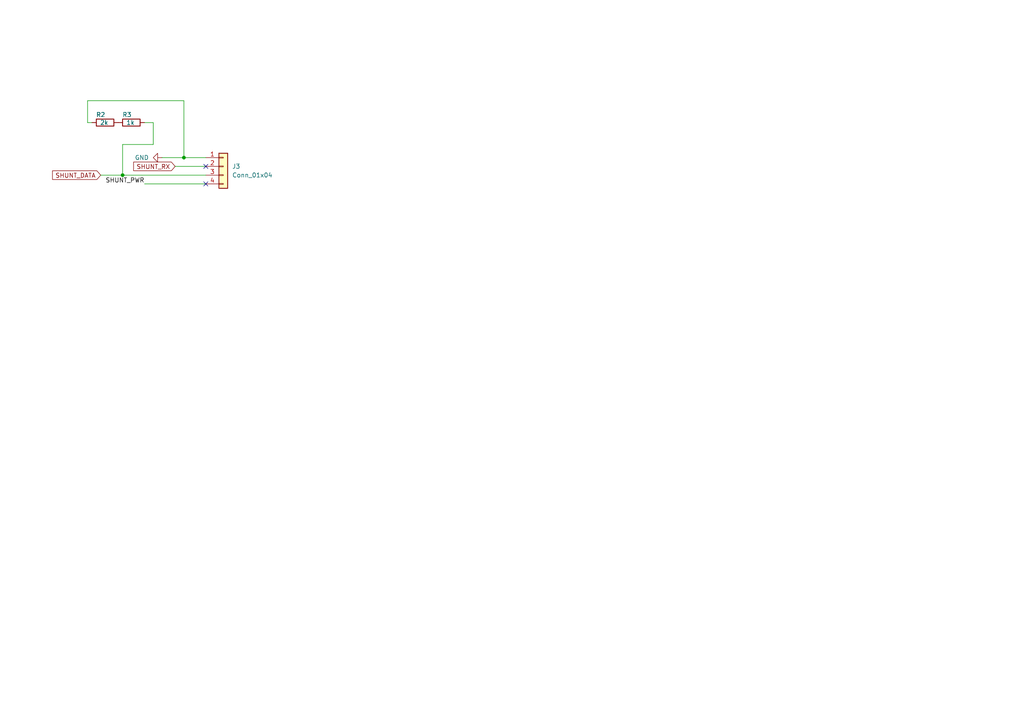
<source format=kicad_sch>
(kicad_sch (version 20250114) (generator "eeschema") (generator_version "9.0")
  (paper "A4")
  (lib_symbols
    (symbol "Connector_Generic:Conn_01x04" (pin_names (offset 1.016) (hide yes))
      (property "Reference" "J" (at 0 5.08 0))
      (property "Value" "Conn_01x04" (at 0 -7.62 0))
      (symbol "Conn_01x04_1_1"
        (rectangle (start -1.27 3.81) (end 1.27 -6.35) (stroke (width 0.254)) (fill (type background)))
        (rectangle (start -1.27 2.667) (end 0 2.413) (stroke (width 0.1524)))
        (rectangle (start -1.27 0.127) (end 0 -0.127) (stroke (width 0.1524)))
        (rectangle (start -1.27 -2.413) (end 0 -2.667) (stroke (width 0.1524)))
        (rectangle (start -1.27 -4.953) (end 0 -5.207) (stroke (width 0.1524)))
        (pin passive line (at -5.08 2.54 0) (length 3.81) (name "Pin_1") (number "1"))
        (pin passive line (at -5.08 0 0) (length 3.81) (name "Pin_2") (number "2"))
        (pin passive line (at -5.08 -2.54 0) (length 3.81) (name "Pin_3") (number "3"))
        (pin passive line (at -5.08 -5.08 0) (length 3.81) (name "Pin_4") (number "4"))
      )
    )
    (symbol "Device:R" (pin_numbers (hide yes)) (pin_names (offset 0))
      (property "Reference" "R" (at 2.032 0 90))
      (property "Value" "R" (at 0 0 90))
      (symbol "R_0_1"
        (rectangle (start -1.016 -2.54) (end 1.016 2.54) (stroke (width 0.254)))
      )
      (symbol "R_1_1"
        (pin passive line (at 0 3.81 270) (length 1.27) (name "~") (number "1"))
        (pin passive line (at 0 -3.81 90) (length 1.27) (name "~") (number "2"))
      )
    )
    (symbol "power:GND" (power) (pin_numbers (hide yes)) (pin_names (offset 0) (hide yes))
      (property "Value" "GND" (at 0 -3.81 0))
      (symbol "GND_0_1"
        (polyline (pts (xy 0 0) (xy 0 -1.27) (xy 1.27 -1.27) (xy 0 -2.54) (xy -1.27 -1.27) (xy 0 -1.27)))
      )
      (symbol "GND_1_1"
        (pin power_in line (at 0 0 270) (length 0) (name "~") (number "1"))
      )
    )
  )
  (junction (at 53.34 45.72))
  (junction (at 35.56 50.8))
  (no_connect (at 59.69 48.26))
  (no_connect (at 59.69 53.34))
  (wire (pts (xy 46.99 45.72) (xy 53.34 45.72)))
  (wire (pts (xy 29.21 50.8) (xy 35.56 50.8)))
  (wire (pts (xy 44.45 41.91) (xy 44.45 35.56)))
  (wire (pts (xy 35.56 50.8) (xy 35.56 41.91)))
  (wire (pts (xy 44.45 35.56) (xy 41.91 35.56)))
  (wire (pts (xy 26.67 35.56) (xy 25.4 35.56)))
  (wire (pts (xy 25.4 29.21) (xy 53.34 29.21)))
  (wire (pts (xy 41.91 53.34) (xy 59.69 53.34)))
  (wire (pts (xy 35.56 41.91) (xy 44.45 41.91)))
  (wire (pts (xy 53.34 45.72) (xy 59.69 45.72)))
  (wire (pts (xy 25.4 35.56) (xy 25.4 29.21)))
  (wire (pts (xy 53.34 29.21) (xy 53.34 45.72)))
  (wire (pts (xy 35.56 50.8) (xy 59.69 50.8)))
  (wire (pts (xy 50.8 48.26) (xy 59.69 48.26)))
  (label "SHUNT_PWR" (at 41.91 53.34 180))
  (global_label "SHUNT_RX" (shape input) (at 50.8 48.26 180) (property "Intersheetrefs" "${INTERSHEET_REFS}" (effects (hide yes))))
  (global_label "SHUNT_DATA" (shape input) (at 29.21 50.8 180) (property "Intersheetrefs" "${INTERSHEET_REFS}" (effects (hide yes))))
  (symbol (lib_id "Device:R") (at 38.1 35.56 90) (unit 1)
    (property "Reference" "R3" (at 36.83 33.274 90))
    (property "Value" "1k" (at 37.846 35.56 90))
    (property "Footprint" "Resistor_SMD:R_1206_3216Metric_Pad1.30x1.75mm_HandSolder" (effects (hide yes)))
    (property "Description" "Resistor" (effects (hide yes)))
  )
  (symbol (lib_id "power:GND") (at 46.99 45.72 270) (unit 1)
    (property "Reference" "#PWR06" (effects (hide yes)))
    (property "Value" "GND" (at 43.18 45.7199 90) (effects (justify right)))
    (property "Description" "Power symbol creates a global label with name \"GND\" , ground" (effects (hide yes)))
  )
  (symbol (lib_id "Connector_Generic:Conn_01x04") (at 64.77 48.26 0) (unit 1)
    (property "Reference" "J3" (at 67.31 48.2599 0) (effects (justify left)))
    (property "Value" "Conn_01x04" (at 67.31 50.7999 0) (effects (justify left)))
    (property "Footprint" "Connector:GenericPad_01x04" (effects (hide yes)))
    (property "Description" "Generic connector, single row, 01x04, script generated (kicad-library-utils/schlib/autogen/connector/)" (effects (hide yes)))
  )
  (symbol (lib_id "Device:R") (at 30.48 35.56 90) (unit 1)
    (property "Reference" "R2" (at 29.21 33.274 90))
    (property "Value" "2k" (at 30.226 35.56 90))
    (property "Footprint" "Resistor_SMD:R_1206_3216Metric_Pad1.30x1.75mm_HandSolder" (effects (hide yes)))
    (property "Description" "Resistor" (effects (hide yes)))
  )
)
</source>
